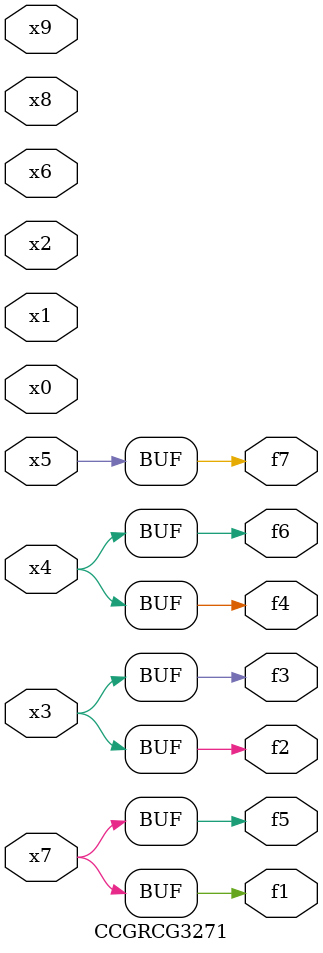
<source format=v>
module CCGRCG3271(
	input x0, x1, x2, x3, x4, x5, x6, x7, x8, x9,
	output f1, f2, f3, f4, f5, f6, f7
);
	assign f1 = x7;
	assign f2 = x3;
	assign f3 = x3;
	assign f4 = x4;
	assign f5 = x7;
	assign f6 = x4;
	assign f7 = x5;
endmodule

</source>
